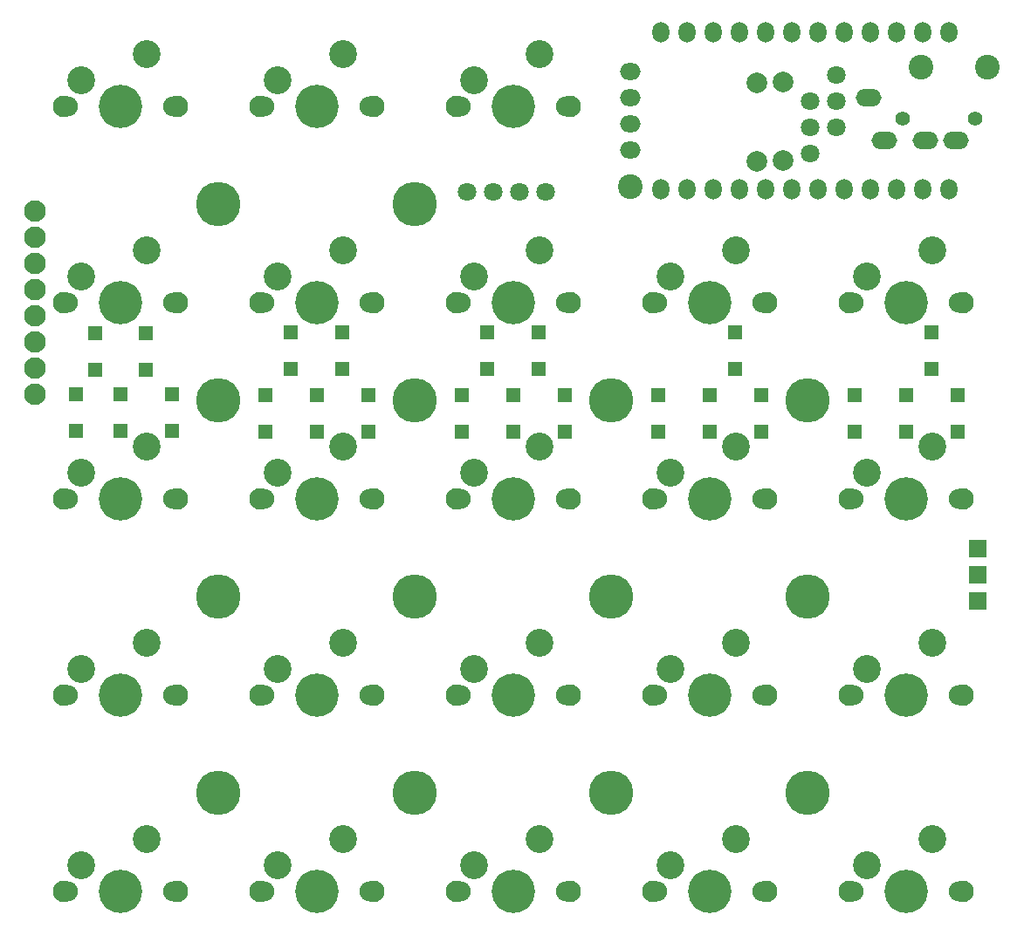
<source format=gbs>
G04 #@! TF.GenerationSoftware,KiCad,Pcbnew,(5.1.2)-2*
G04 #@! TF.CreationDate,2020-05-17T13:13:39+09:00*
G04 #@! TF.ProjectId,_5x4+3______Ver1.03,e6357834-2b33-4adf-9cdc-fcc95f566572,rev?*
G04 #@! TF.SameCoordinates,Original*
G04 #@! TF.FileFunction,Soldermask,Bot*
G04 #@! TF.FilePolarity,Negative*
%FSLAX46Y46*%
G04 Gerber Fmt 4.6, Leading zero omitted, Abs format (unit mm)*
G04 Created by KiCad (PCBNEW (5.1.2)-2) date 2020-05-17 13:13:39*
%MOMM*%
%LPD*%
G04 APERTURE LIST*
%ADD10C,1.900000*%
%ADD11C,2.700000*%
%ADD12C,2.100000*%
%ADD13C,4.200000*%
%ADD14O,1.639000X2.000000*%
%ADD15O,2.500000X1.700000*%
%ADD16C,1.400000*%
%ADD17O,2.000000X1.639000*%
%ADD18R,1.400000X1.400000*%
%ADD19C,1.800000*%
%ADD20C,2.400000*%
%ADD21C,4.300000*%
%ADD22R,1.800000X1.800000*%
%ADD23C,2.000000*%
G04 APERTURE END LIST*
D10*
X14580000Y45600000D03*
X4420000Y45600000D03*
D11*
X5690000Y48140000D03*
X12040000Y50680000D03*
D12*
X15000000Y45600000D03*
X4000000Y45600000D03*
D13*
X9500000Y45600000D03*
D10*
X71730000Y64650000D03*
X61570000Y64650000D03*
D11*
X62840000Y67190000D03*
X69190000Y69730000D03*
D12*
X72150000Y64650000D03*
X61150000Y64650000D03*
D13*
X66650000Y64650000D03*
D10*
X52680000Y64650000D03*
X42520000Y64650000D03*
D11*
X43790000Y67190000D03*
X50140000Y69730000D03*
D12*
X53100000Y64650000D03*
X42100000Y64650000D03*
D13*
X47600000Y64650000D03*
D10*
X33630000Y64650000D03*
X23470000Y64650000D03*
D11*
X24740000Y67190000D03*
X31090000Y69730000D03*
D12*
X34050000Y64650000D03*
X23050000Y64650000D03*
D13*
X28550000Y64650000D03*
D10*
X14580000Y64650000D03*
X4420000Y64650000D03*
D11*
X5690000Y67190000D03*
X12040000Y69730000D03*
D12*
X15000000Y64650000D03*
X4000000Y64650000D03*
D13*
X9500000Y64650000D03*
D10*
X14580000Y83700000D03*
X4420000Y83700000D03*
D11*
X5690000Y86240000D03*
X12040000Y88780000D03*
D12*
X15000000Y83700000D03*
X4000000Y83700000D03*
D13*
X9500000Y83700000D03*
D10*
X14580000Y26550000D03*
X4420000Y26550000D03*
D11*
X5690000Y29090000D03*
X12040000Y31630000D03*
D12*
X15000000Y26550000D03*
X4000000Y26550000D03*
D13*
X9500000Y26550000D03*
D10*
X14580000Y7500000D03*
X4420000Y7500000D03*
D11*
X5690000Y10040000D03*
X12040000Y12580000D03*
D12*
X15000000Y7500000D03*
X4000000Y7500000D03*
D13*
X9500000Y7500000D03*
D10*
X33630000Y83700000D03*
X23470000Y83700000D03*
D11*
X24740000Y86240000D03*
X31090000Y88780000D03*
D12*
X34050000Y83700000D03*
X23050000Y83700000D03*
D13*
X28550000Y83700000D03*
D10*
X33630000Y45600000D03*
X23470000Y45600000D03*
D11*
X24740000Y48140000D03*
X31090000Y50680000D03*
D12*
X34050000Y45600000D03*
X23050000Y45600000D03*
D13*
X28550000Y45600000D03*
D10*
X33630000Y26550000D03*
X23470000Y26550000D03*
D11*
X24740000Y29090000D03*
X31090000Y31630000D03*
D12*
X34050000Y26550000D03*
X23050000Y26550000D03*
D13*
X28550000Y26550000D03*
D10*
X33630000Y7500000D03*
X23470000Y7500000D03*
D11*
X24740000Y10040000D03*
X31090000Y12580000D03*
D12*
X34050000Y7500000D03*
X23050000Y7500000D03*
D13*
X28550000Y7500000D03*
D10*
X52680000Y83700000D03*
X42520000Y83700000D03*
D11*
X43790000Y86240000D03*
X50140000Y88780000D03*
D12*
X53100000Y83700000D03*
X42100000Y83700000D03*
D13*
X47600000Y83700000D03*
D10*
X52680000Y45600000D03*
X42520000Y45600000D03*
D11*
X43790000Y48140000D03*
X50140000Y50680000D03*
D12*
X53100000Y45600000D03*
X42100000Y45600000D03*
D13*
X47600000Y45600000D03*
D10*
X52680000Y26550000D03*
X42520000Y26550000D03*
D11*
X43790000Y29090000D03*
X50140000Y31630000D03*
D12*
X53100000Y26550000D03*
X42100000Y26550000D03*
D13*
X47600000Y26550000D03*
D10*
X52680000Y7500000D03*
X42520000Y7500000D03*
D11*
X43790000Y10040000D03*
X50140000Y12580000D03*
D12*
X53100000Y7500000D03*
X42100000Y7500000D03*
D13*
X47600000Y7500000D03*
D10*
X71730000Y45600000D03*
X61570000Y45600000D03*
D11*
X62840000Y48140000D03*
X69190000Y50680000D03*
D12*
X72150000Y45600000D03*
X61150000Y45600000D03*
D13*
X66650000Y45600000D03*
D10*
X71730000Y26550000D03*
X61570000Y26550000D03*
D11*
X62840000Y29090000D03*
X69190000Y31630000D03*
D12*
X72150000Y26550000D03*
X61150000Y26550000D03*
D13*
X66650000Y26550000D03*
D10*
X71730000Y7500000D03*
X61570000Y7500000D03*
D11*
X62840000Y10040000D03*
X69190000Y12580000D03*
D12*
X72150000Y7500000D03*
X61150000Y7500000D03*
D13*
X66650000Y7500000D03*
D10*
X90780000Y64650000D03*
X80620000Y64650000D03*
D11*
X81890000Y67190000D03*
X88240000Y69730000D03*
D12*
X91200000Y64650000D03*
X80200000Y64650000D03*
D13*
X85700000Y64650000D03*
D10*
X90780000Y45600000D03*
X80620000Y45600000D03*
D11*
X81890000Y48140000D03*
X88240000Y50680000D03*
D12*
X91200000Y45600000D03*
X80200000Y45600000D03*
D13*
X85700000Y45600000D03*
D10*
X90780000Y26550000D03*
X80620000Y26550000D03*
D11*
X81890000Y29090000D03*
X88240000Y31630000D03*
D12*
X91200000Y26550000D03*
X80200000Y26550000D03*
D13*
X85700000Y26550000D03*
D10*
X90780000Y7500000D03*
X80620000Y7500000D03*
D11*
X81890000Y10040000D03*
X88240000Y12580000D03*
D12*
X91200000Y7500000D03*
X80200000Y7500000D03*
D13*
X85700000Y7500000D03*
D12*
X1270000Y73540000D03*
X1270000Y71000000D03*
X1270000Y68460000D03*
X1270000Y65920000D03*
X1270000Y63380000D03*
X1270000Y60840000D03*
X1270000Y58300000D03*
X1270000Y55760000D03*
D14*
X61960000Y90850000D03*
X64500000Y90850000D03*
X67040000Y90850000D03*
X69580000Y90850000D03*
X72120000Y90850000D03*
X74660000Y90850000D03*
X77200000Y90850000D03*
X79740000Y90850000D03*
X82280000Y90850000D03*
X84820000Y90850000D03*
X87360000Y90850000D03*
X61960000Y75630000D03*
X64500000Y75630000D03*
X67040000Y75630000D03*
X69580000Y75630000D03*
X72120000Y75630000D03*
X74660000Y75630000D03*
X77200000Y75630000D03*
X79740000Y75630000D03*
X82280000Y75630000D03*
X84820000Y75630000D03*
X87360000Y75630000D03*
X89900000Y75630000D03*
X89900000Y90850000D03*
D15*
X82100000Y84550000D03*
X83600000Y80350000D03*
X87600000Y80350000D03*
X90600000Y80350000D03*
D16*
X85400000Y82450000D03*
X92400000Y82450000D03*
D17*
X59000000Y79400000D03*
X59000000Y81940000D03*
X59000000Y84480000D03*
X59000000Y87020000D03*
D18*
X14502500Y52175000D03*
X14502500Y55725000D03*
X12002500Y58075000D03*
X12002500Y61625000D03*
X7102500Y58075000D03*
X7102500Y61625000D03*
X9502500Y52175000D03*
X9502500Y55725000D03*
X5202500Y52175000D03*
X5202500Y55725000D03*
X31052500Y58175000D03*
X31052500Y61725000D03*
X26052500Y58175000D03*
X26052500Y61725000D03*
X33552500Y52075000D03*
X33552500Y55625000D03*
X28552500Y52075000D03*
X28552500Y55625000D03*
X23552500Y52075000D03*
X23552500Y55625000D03*
X50102500Y58175000D03*
X50102500Y61725000D03*
X45102500Y58175000D03*
X45102500Y61725000D03*
X52602500Y52075000D03*
X52602500Y55625000D03*
X47602500Y52075000D03*
X47602500Y55625000D03*
X42602500Y52075000D03*
X42602500Y55625000D03*
X69152500Y58175000D03*
X69152500Y61725000D03*
X71652500Y52075000D03*
X71652500Y55625000D03*
X66652500Y52075000D03*
X66652500Y55625000D03*
X61652500Y52075000D03*
X61652500Y55625000D03*
X88202500Y58175000D03*
X88202500Y61725000D03*
X90702500Y52075000D03*
X90702500Y55625000D03*
X85702500Y52075000D03*
X85702500Y55625000D03*
X80702500Y52075000D03*
X80702500Y55625000D03*
D19*
X76430000Y84150000D03*
X76430000Y81610000D03*
X76430000Y79070000D03*
X78970000Y81610000D03*
X78970000Y84150000D03*
X78970000Y86690000D03*
D20*
X58950000Y75870000D03*
X93650000Y87500000D03*
X87150000Y87500000D03*
D21*
X38100000Y74200000D03*
X19050000Y74200000D03*
X76200000Y55150000D03*
X57150000Y55150000D03*
X38100000Y55150000D03*
X19050000Y55150000D03*
X76200000Y36100000D03*
X57150000Y36100000D03*
X38100000Y36100000D03*
X19050000Y36100000D03*
X76200000Y17050000D03*
X57150000Y17050000D03*
X38100000Y17050000D03*
X19050000Y17050000D03*
D22*
X92660000Y40740000D03*
X92660000Y35660000D03*
X92660000Y38200000D03*
D23*
X73800000Y86040000D03*
X73800000Y78420000D03*
X71300000Y85940000D03*
X71300000Y78320000D03*
D19*
X50790000Y75380000D03*
X48250000Y75380000D03*
X45710000Y75380000D03*
X43170000Y75380000D03*
M02*

</source>
